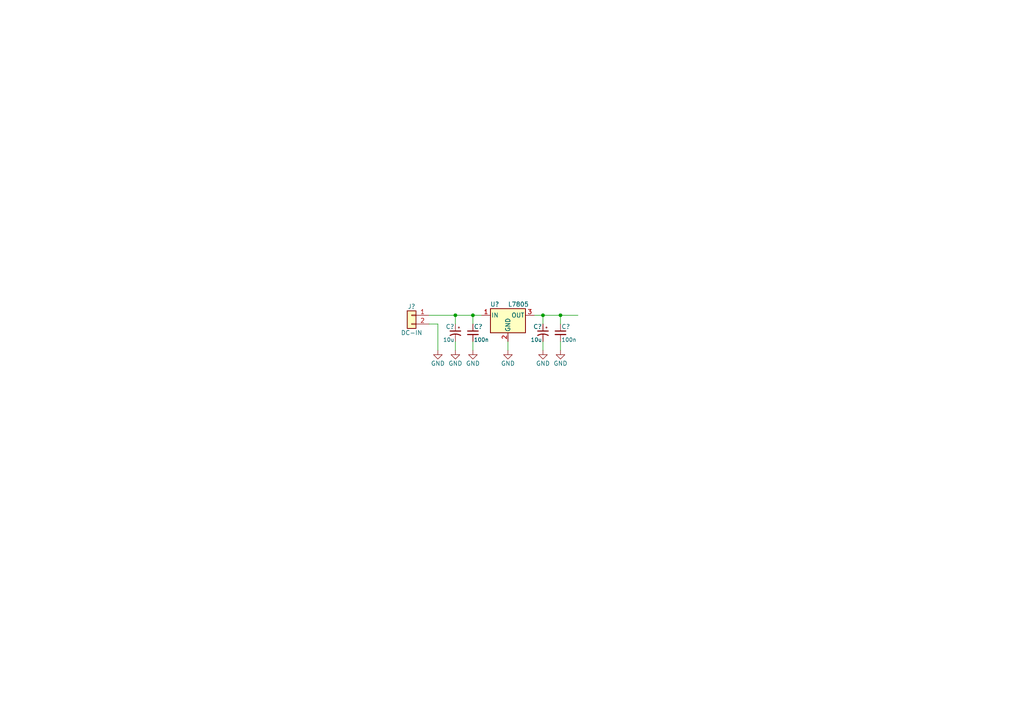
<source format=kicad_sch>
(kicad_sch (version 20211123) (generator eeschema)
  (paper "A4")
  (lib_symbols
    (symbol "PSU-78xx-rescue:CP1_Small-PSU-78xx-rescue" (pin_numbers hide) (pin_names (offset 0.254) hide)
      (property "Reference" "C" (at 0.254 1.778 0))
      (property "Value" "CP1_Small-PSU-78xx-rescue" (at 0.254 -2.032 0))
      (symbol "CP1_Small-PSU-78xx-rescue_0_1"
        (polyline (pts (xy -1.524 0.508) (xy 1.524 0.508)) (stroke (width 0.3048)))
        (polyline (pts (xy -1.27 1.524) (xy -0.762 1.524)))
        (polyline (pts (xy -1.016 1.27) (xy -1.016 1.778)))
        (arc (start 1.524 -0.762) (mid 0 -0.3734) (end -1.524 -0.762) (stroke (width 0.3048)))
      )
      (symbol "CP1_Small-PSU-78xx-rescue_1_1"
        (pin passive line (at 0 2.54 270) (length 2.032) (name "~") (number "1"))
        (pin passive line (at 0 -2.54 90) (length 2.032) (name "~") (number "2"))
      )
    )
    (symbol "PSU-78xx-rescue:C_Small-PSU-78xx-rescue" (pin_numbers hide) (pin_names (offset 0.254) hide)
      (property "Reference" "C" (at 0.254 1.778 0))
      (property "Value" "C_Small-PSU-78xx-rescue" (at 0.254 -2.032 0))
      (symbol "C_Small-PSU-78xx-rescue_0_1"
        (polyline (pts (xy -1.524 -0.508) (xy 1.524 -0.508)) (stroke (width 0.3302)))
        (polyline (pts (xy -1.524 0.508) (xy 1.524 0.508)) (stroke (width 0.3048)))
      )
      (symbol "C_Small-PSU-78xx-rescue_1_1"
        (pin passive line (at 0 2.54 270) (length 2.032) (name "~") (number "1"))
        (pin passive line (at 0 -2.54 90) (length 2.032) (name "~") (number "2"))
      )
    )
    (symbol "PSU-78xx-rescue:Conn_01x02-PSU-78xx-rescue" (pin_names (offset 1.016) hide)
      (property "Reference" "J" (at 0 2.54 0))
      (property "Value" "Conn_01x02-PSU-78xx-rescue" (at 0 -5.08 0))
      (symbol "Conn_01x02-PSU-78xx-rescue_1_1"
        (rectangle (start -1.27 -2.413) (end 0 -2.667) (stroke (width 0.1524)))
        (rectangle (start -1.27 0.127) (end 0 -0.127) (stroke (width 0.1524)))
        (rectangle (start -1.27 1.27) (end 1.27 -3.81) (stroke (width 0.254)) (fill (type background)))
        (pin passive line (at -5.08 0 0) (length 3.81) (name "Pin_1") (number "1"))
        (pin passive line (at -5.08 -2.54 0) (length 3.81) (name "Pin_2") (number "2"))
      )
    )
    (symbol "PSU-78xx-rescue:GND-PSU-78xx-rescue" (power) (pin_names (offset 0))
      (property "Value" "GND-PSU-78xx-rescue" (at 0 -3.81 0))
      (symbol "GND-PSU-78xx-rescue_0_1"
        (polyline (pts (xy 0 0) (xy 0 -1.27) (xy 1.27 -1.27) (xy 0 -2.54) (xy -1.27 -1.27) (xy 0 -1.27)))
      )
      (symbol "GND-PSU-78xx-rescue_1_1"
        (pin power_in line (at 0 0 270) (length 0) hide (name "GND") (number "1"))
      )
    )
    (symbol "PSU-78xx-rescue:L7805-PSU-78xx-rescue" (pin_names (offset 0.254))
      (property "Reference" "U" (at -3.81 3.175 0))
      (property "Value" "L7805-PSU-78xx-rescue" (at 0 3.175 0))
      (symbol "L7805-PSU-78xx-rescue_0_1"
        (rectangle (start -5.08 1.905) (end 5.08 -5.08) (stroke (width 0.254)) (fill (type background)))
      )
      (symbol "L7805-PSU-78xx-rescue_1_1"
        (pin power_in line (at -7.62 0 0) (length 2.54) (name "IN") (number "1"))
        (pin power_in line (at 0 -7.62 90) (length 2.54) (name "GND") (number "2"))
        (pin power_out line (at 7.62 0 180) (length 2.54) (name "OUT") (number "3"))
      )
    )
  )
  (junction (at 157.48 91.44))
  (junction (at 132.08 91.44))
  (junction (at 162.56 91.44))
  (junction (at 137.16 91.44))
  (wire (pts (xy 127 93.98) (xy 124.46 93.98)))
  (wire (pts (xy 137.16 101.6) (xy 137.16 99.06)))
  (wire (pts (xy 157.48 91.44) (xy 157.48 93.98)))
  (wire (pts (xy 132.08 101.6) (xy 132.08 99.06)))
  (wire (pts (xy 147.32 99.06) (xy 147.32 101.6)))
  (wire (pts (xy 162.56 99.06) (xy 162.56 101.6)))
  (wire (pts (xy 127 101.6) (xy 127 93.98)))
  (wire (pts (xy 162.56 91.44) (xy 167.64 91.44)))
  (wire (pts (xy 132.08 91.44) (xy 132.08 93.98)))
  (wire (pts (xy 162.56 91.44) (xy 162.56 93.98)))
  (wire (pts (xy 157.48 99.06) (xy 157.48 101.6)))
  (wire (pts (xy 124.46 91.44) (xy 132.08 91.44)))
  (wire (pts (xy 137.16 91.44) (xy 139.7 91.44)))
  (wire (pts (xy 157.48 91.44) (xy 162.56 91.44)))
  (wire (pts (xy 154.94 91.44) (xy 157.48 91.44)))
  (wire (pts (xy 132.08 91.44) (xy 137.16 91.44)))
  (wire (pts (xy 137.16 91.44) (xy 137.16 93.98)))
  (symbol (lib_id "PSU-78xx-rescue:L7805-PSU-78xx-rescue") (at 147.32 91.44 0) (unit 1)
    (property "Reference" "U?" (at 143.51 88.265 0))
    (property "Value" "L7805" (at 147.32 88.265 0) (effects (justify left)))
  )
  (symbol (lib_id "PSU-78xx-rescue:C_Small-PSU-78xx-rescue") (at 137.16 96.52 0) (unit 1)
    (property "Reference" "C?" (at 137.414 94.742 0) (effects (justify left)))
    (property "Value" "100n" (at 137.414 98.552 0) (effects (font (size 1.1176 1.1176)) (justify left)))
  )
  (symbol (lib_id "PSU-78xx-rescue:CP1_Small-PSU-78xx-rescue") (at 132.08 96.52 0) (mirror y) (unit 1)
    (property "Reference" "C?" (at 131.826 94.742 0) (effects (justify left)))
    (property "Value" "10u" (at 131.826 98.552 0) (effects (font (size 1.1176 1.1176)) (justify left)))
  )
  (symbol (lib_id "PSU-78xx-rescue:Conn_01x02-PSU-78xx-rescue") (at 119.38 91.44 0) (mirror y) (unit 1)
    (property "Reference" "J?" (at 119.38 88.9 0))
    (property "Value" "DC-IN" (at 119.38 96.52 0))
  )
  (symbol (lib_id "PSU-78xx-rescue:CP1_Small-PSU-78xx-rescue") (at 157.48 96.52 0) (mirror y) (unit 1)
    (property "Reference" "C?" (at 157.226 94.742 0) (effects (justify left)))
    (property "Value" "10u" (at 157.226 98.552 0) (effects (font (size 1.1176 1.1176)) (justify left)))
  )
  (symbol (lib_id "PSU-78xx-rescue:C_Small-PSU-78xx-rescue") (at 162.56 96.52 0) (unit 1)
    (property "Reference" "C?" (at 162.814 94.742 0) (effects (justify left)))
    (property "Value" "100n" (at 162.814 98.552 0) (effects (font (size 1.1176 1.1176)) (justify left)))
  )
  (symbol (lib_id "PSU-78xx-rescue:GND-PSU-78xx-rescue") (at 132.08 101.6 0) (unit 1)
    (property "Reference" "#PWR?" (effects hide))
    (property "Value" "GND" (at 132.08 105.41 0))
  )
  (symbol (lib_id "PSU-78xx-rescue:GND-PSU-78xx-rescue") (at 137.16 101.6 0) (unit 1)
    (property "Reference" "#PWR?" (effects hide))
    (property "Value" "GND" (at 137.16 105.41 0))
  )
  (symbol (lib_id "PSU-78xx-rescue:GND-PSU-78xx-rescue") (at 147.32 101.6 0) (unit 1)
    (property "Reference" "#PWR?" (effects hide))
    (property "Value" "GND" (at 147.32 105.41 0))
  )
  (symbol (lib_id "PSU-78xx-rescue:GND-PSU-78xx-rescue") (at 157.48 101.6 0) (unit 1)
    (property "Reference" "#PWR?" (effects hide))
    (property "Value" "GND" (at 157.48 105.41 0))
  )
  (symbol (lib_id "PSU-78xx-rescue:GND-PSU-78xx-rescue") (at 162.56 101.6 0) (unit 1)
    (property "Reference" "#PWR?" (effects hide))
    (property "Value" "GND" (at 162.56 105.41 0))
  )
  (symbol (lib_id "PSU-78xx-rescue:GND-PSU-78xx-rescue") (at 127 101.6 0) (unit 1)
    (property "Reference" "#PWR?" (effects hide))
    (property "Value" "GND" (at 127 105.41 0))
  )
)
</source>
